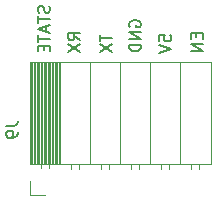
<source format=gbr>
G04 #@! TF.GenerationSoftware,KiCad,Pcbnew,(5.0.0)*
G04 #@! TF.CreationDate,2020-03-24T23:03:22+11:00*
G04 #@! TF.ProjectId,Classification and Contol Board,436C617373696669636174696F6E2061,rev?*
G04 #@! TF.SameCoordinates,Original*
G04 #@! TF.FileFunction,Legend,Bot*
G04 #@! TF.FilePolarity,Positive*
%FSLAX46Y46*%
G04 Gerber Fmt 4.6, Leading zero omitted, Abs format (unit mm)*
G04 Created by KiCad (PCBNEW (5.0.0)) date 03/24/20 23:03:22*
%MOMM*%
%LPD*%
G01*
G04 APERTURE LIST*
%ADD10C,0.120000*%
%ADD11C,0.150000*%
G04 APERTURE END LIST*
D10*
G04 #@! TO.C,J9*
X151180000Y-107950000D02*
X151180000Y-116580000D01*
X151298095Y-107950000D02*
X151298095Y-116580000D01*
X151416190Y-107950000D02*
X151416190Y-116580000D01*
X151534285Y-107950000D02*
X151534285Y-116580000D01*
X151652380Y-107950000D02*
X151652380Y-116580000D01*
X151770475Y-107950000D02*
X151770475Y-116580000D01*
X151888570Y-107950000D02*
X151888570Y-116580000D01*
X152006665Y-107950000D02*
X152006665Y-116580000D01*
X152124760Y-107950000D02*
X152124760Y-116580000D01*
X152242855Y-107950000D02*
X152242855Y-116580000D01*
X152360950Y-107950000D02*
X152360950Y-116580000D01*
X152479045Y-107950000D02*
X152479045Y-116580000D01*
X152597140Y-107950000D02*
X152597140Y-116580000D01*
X152715235Y-107950000D02*
X152715235Y-116580000D01*
X152833330Y-107950000D02*
X152833330Y-116580000D01*
X152951425Y-107950000D02*
X152951425Y-116580000D01*
X153069520Y-107950000D02*
X153069520Y-116580000D01*
X153187615Y-107950000D02*
X153187615Y-116580000D01*
X153305710Y-107950000D02*
X153305710Y-116580000D01*
X153423805Y-107950000D02*
X153423805Y-116580000D01*
X153541900Y-107950000D02*
X153541900Y-116580000D01*
X152030000Y-116580000D02*
X152030000Y-116930000D01*
X152750000Y-116580000D02*
X152750000Y-116930000D01*
X154570000Y-116580000D02*
X154570000Y-116990000D01*
X155290000Y-116580000D02*
X155290000Y-116990000D01*
X157110000Y-116580000D02*
X157110000Y-116990000D01*
X157830000Y-116580000D02*
X157830000Y-116990000D01*
X159650000Y-116580000D02*
X159650000Y-116990000D01*
X160370000Y-116580000D02*
X160370000Y-116990000D01*
X162190000Y-116580000D02*
X162190000Y-116990000D01*
X162910000Y-116580000D02*
X162910000Y-116990000D01*
X164730000Y-116580000D02*
X164730000Y-116990000D01*
X165450000Y-116580000D02*
X165450000Y-116990000D01*
X153660000Y-107950000D02*
X153660000Y-116580000D01*
X156200000Y-107950000D02*
X156200000Y-116580000D01*
X158740000Y-107950000D02*
X158740000Y-116580000D01*
X161280000Y-107950000D02*
X161280000Y-116580000D01*
X163820000Y-107950000D02*
X163820000Y-116580000D01*
X151060000Y-107950000D02*
X151060000Y-116580000D01*
X151060000Y-116580000D02*
X166420000Y-116580000D01*
X166420000Y-107950000D02*
X166420000Y-116580000D01*
X151060000Y-107950000D02*
X166420000Y-107950000D01*
X151060000Y-119150000D02*
X152390000Y-119150000D01*
X151060000Y-118040000D02*
X151060000Y-119150000D01*
D11*
X149072380Y-113326666D02*
X149786666Y-113326666D01*
X149929523Y-113279047D01*
X150024761Y-113183809D01*
X150072380Y-113040952D01*
X150072380Y-112945714D01*
X150072380Y-113850476D02*
X150072380Y-114040952D01*
X150024761Y-114136190D01*
X149977142Y-114183809D01*
X149834285Y-114279047D01*
X149643809Y-114326666D01*
X149262857Y-114326666D01*
X149167619Y-114279047D01*
X149120000Y-114231428D01*
X149072380Y-114136190D01*
X149072380Y-113945714D01*
X149120000Y-113850476D01*
X149167619Y-113802857D01*
X149262857Y-113755238D01*
X149500952Y-113755238D01*
X149596190Y-113802857D01*
X149643809Y-113850476D01*
X149691428Y-113945714D01*
X149691428Y-114136190D01*
X149643809Y-114231428D01*
X149596190Y-114279047D01*
X149500952Y-114326666D01*
X165188571Y-105511904D02*
X165188571Y-105845238D01*
X165712380Y-105988095D02*
X165712380Y-105511904D01*
X164712380Y-105511904D01*
X164712380Y-105988095D01*
X165712380Y-106416666D02*
X164712380Y-106416666D01*
X165712380Y-106988095D01*
X164712380Y-106988095D01*
X162052380Y-106130952D02*
X162052380Y-105654762D01*
X162528571Y-105607143D01*
X162480952Y-105654762D01*
X162433333Y-105750000D01*
X162433333Y-105988095D01*
X162480952Y-106083333D01*
X162528571Y-106130952D01*
X162623809Y-106178571D01*
X162861904Y-106178571D01*
X162957142Y-106130952D01*
X163004761Y-106083333D01*
X163052380Y-105988095D01*
X163052380Y-105750000D01*
X163004761Y-105654762D01*
X162957142Y-105607143D01*
X162052380Y-106464286D02*
X163052380Y-106797619D01*
X162052380Y-107130952D01*
X159550000Y-104940476D02*
X159502380Y-104845238D01*
X159502380Y-104702381D01*
X159550000Y-104559523D01*
X159645238Y-104464285D01*
X159740476Y-104416666D01*
X159930952Y-104369047D01*
X160073809Y-104369047D01*
X160264285Y-104416666D01*
X160359523Y-104464285D01*
X160454761Y-104559523D01*
X160502380Y-104702381D01*
X160502380Y-104797619D01*
X160454761Y-104940476D01*
X160407142Y-104988095D01*
X160073809Y-104988095D01*
X160073809Y-104797619D01*
X160502380Y-105416666D02*
X159502380Y-105416666D01*
X160502380Y-105988095D01*
X159502380Y-105988095D01*
X160502380Y-106464285D02*
X159502380Y-106464285D01*
X159502380Y-106702381D01*
X159550000Y-106845238D01*
X159645238Y-106940476D01*
X159740476Y-106988095D01*
X159930952Y-107035714D01*
X160073809Y-107035714D01*
X160264285Y-106988095D01*
X160359523Y-106940476D01*
X160454761Y-106845238D01*
X160502380Y-106702381D01*
X160502380Y-106464285D01*
X157002380Y-105607143D02*
X157002380Y-106178571D01*
X158002380Y-105892857D02*
X157002380Y-105892857D01*
X157002380Y-106416667D02*
X158002380Y-107083333D01*
X157002380Y-107083333D02*
X158002380Y-106416667D01*
X155312380Y-106083333D02*
X154836190Y-105750000D01*
X155312380Y-105511904D02*
X154312380Y-105511904D01*
X154312380Y-105892857D01*
X154360000Y-105988095D01*
X154407619Y-106035714D01*
X154502857Y-106083333D01*
X154645714Y-106083333D01*
X154740952Y-106035714D01*
X154788571Y-105988095D01*
X154836190Y-105892857D01*
X154836190Y-105511904D01*
X154312380Y-106416666D02*
X155312380Y-107083333D01*
X154312380Y-107083333D02*
X155312380Y-106416666D01*
X152724761Y-103178571D02*
X152772380Y-103321428D01*
X152772380Y-103559523D01*
X152724761Y-103654762D01*
X152677142Y-103702381D01*
X152581904Y-103750000D01*
X152486666Y-103750000D01*
X152391428Y-103702381D01*
X152343809Y-103654762D01*
X152296190Y-103559523D01*
X152248571Y-103369047D01*
X152200952Y-103273809D01*
X152153333Y-103226190D01*
X152058095Y-103178571D01*
X151962857Y-103178571D01*
X151867619Y-103226190D01*
X151820000Y-103273809D01*
X151772380Y-103369047D01*
X151772380Y-103607143D01*
X151820000Y-103750000D01*
X151772380Y-104035714D02*
X151772380Y-104607143D01*
X152772380Y-104321428D02*
X151772380Y-104321428D01*
X152486666Y-104892857D02*
X152486666Y-105369047D01*
X152772380Y-104797619D02*
X151772380Y-105130952D01*
X152772380Y-105464285D01*
X151772380Y-105654762D02*
X151772380Y-106226190D01*
X152772380Y-105940476D02*
X151772380Y-105940476D01*
X152248571Y-106559523D02*
X152248571Y-106892857D01*
X152772380Y-107035714D02*
X152772380Y-106559523D01*
X151772380Y-106559523D01*
X151772380Y-107035714D01*
G04 #@! TD*
M02*

</source>
